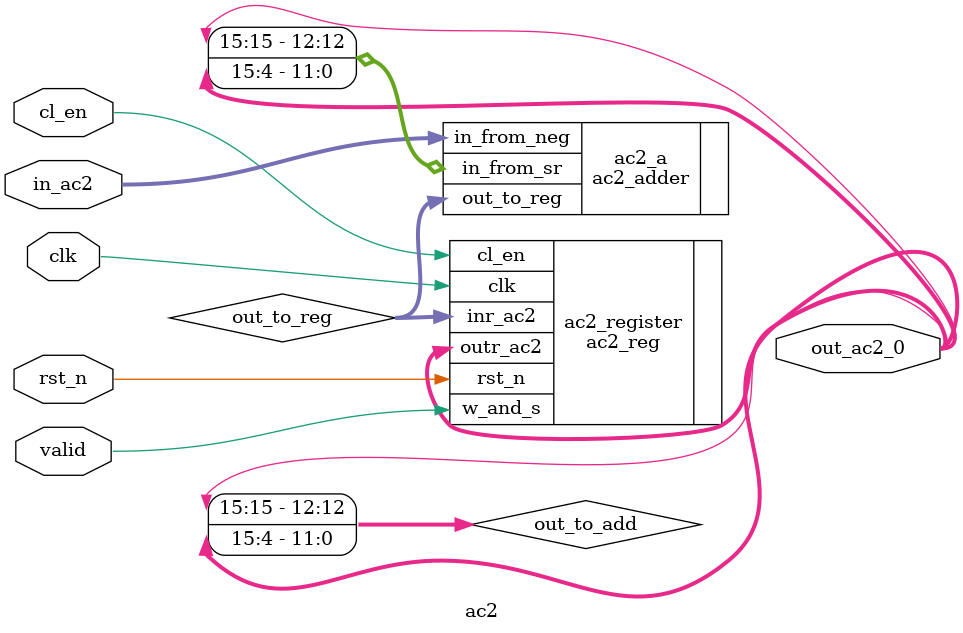
<source format=sv>
`timescale 1ns/1ns

module ac2 
  #(parameter M = 16,
    parameter Pa = 8,
	parameter Pw = 4) // activation operand parallelism
  (input clk, rst_n, valid, cl_en,
   input [$clog2(M)+Pa:0] in_ac2,
   output [$clog2(M)+Pa+Pw-1:0] out_ac2_0);
	
	wire [$clog2(M)+Pa:0] out_to_reg;
	wire [$clog2(M)+Pa:0] out_to_add;
	
	
	//assign out_to_add = {{(1){1'b0}},out_ac2_0[$clog2(M)+Pa+Pw-1:Pw]};
	assign out_to_add = {out_ac2_0[$clog2(M)+Pa+Pw-1],out_ac2_0[$clog2(M)+Pa+Pw-1:Pw]};
	
	
	ac2_adder #(.M(M), .Pa(Pa)) ac2_a(
	.in_from_neg(in_ac2),
	.in_from_sr(out_to_add),
	.out_to_reg(out_to_reg)
	);
	
	
	ac2_reg #(.M(M), .Pa(Pa), .Pw(Pw)) ac2_register(
	.clk(clk),
	.rst_n(rst_n),
	.w_and_s(valid),
	.cl_en(cl_en),
	.inr_ac2(out_to_reg),
	.outr_ac2(out_ac2_0)
	);

	


endmodule 
</source>
